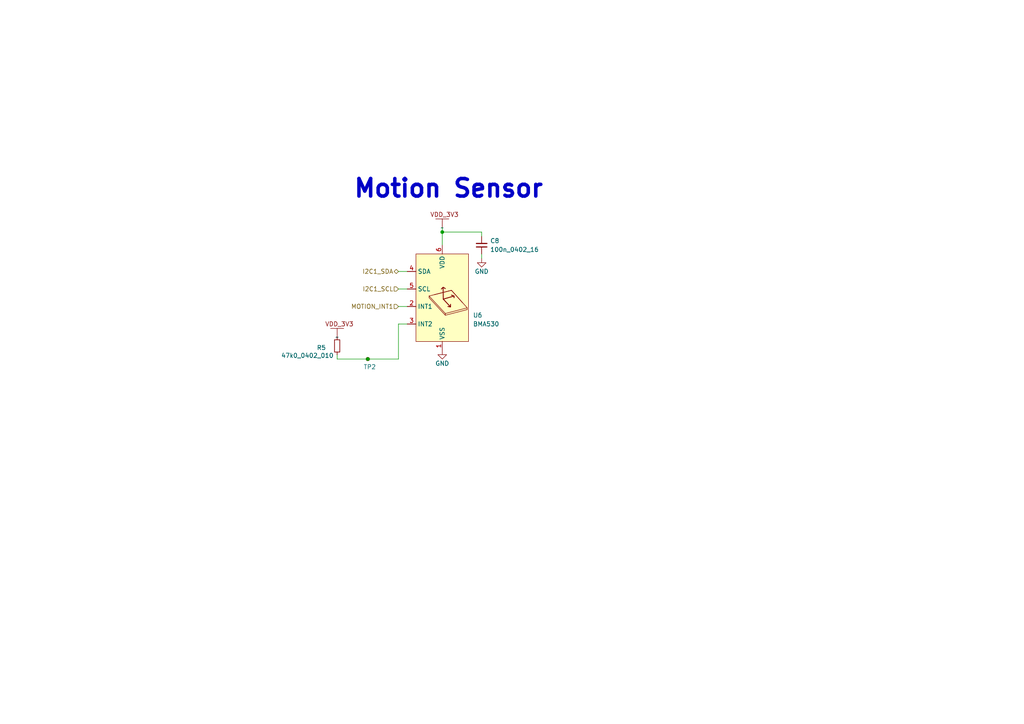
<source format=kicad_sch>
(kicad_sch (version 20250114) (generator "eeschema") (generator_version "9.0")
  (paper "A4")
  (title_block (title "Beacon Lite") (date "2025-04-13") (rev "1") (company "Beep Boop"))
  (lib_symbols
    (symbol "Beacon_Lite_Library:BMA530"
      (property "Reference" "U" (at 11.43 3.81 0))
      (property "Value" "BMA530" (at 13.97 1.27 0))
      (symbol "BMA530_0_1"
        (polyline (pts (xy 10.287 -10.541) (xy 3.81 -12.192)))
        (polyline (pts (xy 10.287 -10.541) (xy 14.859 -15.621) (xy 14.859 -15.621)))
        (polyline (pts (xy 14.859 -15.621) (xy 8.509 -17.272)))
        (polyline (pts (xy 14.859 -16.129) (xy 8.509 -17.78) (xy 3.81 -12.7)))
      )
      (symbol "BMA530_1_1"
        (rectangle (start 0 0) (end 15.24 -25.4) (fill (type background)))
        (polyline (pts (xy 3.81 -12.7) (xy 3.81 -12.192)))
        (polyline (pts (xy 5.334 -11.811) (xy 10.287 -10.541)))
        (polyline (pts (xy 7.9232 -13.1011) (xy 7.9232 -12.8471)))
        (polyline (pts (xy 7.9232 -13.1011) (xy 7.874 -9.652) (xy 8.509 -10.033) (xy 7.874 -9.652) (xy 7.366 -10.16)) (stroke (width 0.254)))
        (polyline (pts (xy 7.9232 -13.1011) (xy 10.033 -15.367) (xy 10.033 -14.605) (xy 10.033 -15.367) (xy 9.271 -15.24)) (stroke (width 0.254)))
        (polyline (pts (xy 7.9232 -13.1011) (xy 11.049 -12.192) (xy 10.287 -11.938) (xy 11.049 -12.192) (xy 11.049 -12.7)) (stroke (width 0.254)))
        (polyline (pts (xy 8.509 -17.272) (xy 3.81 -12.192)))
        (polyline (pts (xy 8.509 -17.78) (xy 8.509 -17.272)))
        (polyline (pts (xy 13.462 -14.097) (xy 10.287 -10.541)))
        (polyline (pts (xy 14.859 -16.129) (xy 14.859 -15.621)))
        (pin bidirectional line (at -2.54 -5.08 0) (length 2.54) (name "SDA") (number "4"))
        (pin input line (at -2.54 -10.16 0) (length 2.54) (name "SCL") (number "5"))
        (pin output line (at -2.54 -15.24 0) (length 2.54) (name "INT1") (number "2"))
        (pin output line (at -2.54 -20.32 0) (length 2.54) (name "INT2") (number "3"))
        (pin power_in line (at 7.62 2.54 270) (length 2.54) (name "VDD") (number "6"))
        (pin passive line (at 7.62 -27.94 90) (length 2.54) (name "VSS") (number "1"))
      )
    )
    (symbol "Beacon_Lite_Library:VDD_3V3"
      (symbol "VDD_3V3_0_0"
        (text "VDD_3V3" (at 0.635 3.81 0) (effects (font (size 1.27 1.27))))
      )
      (symbol "VDD_3V3_0_1"
        (polyline (pts (xy 0 2.54) (xy 0 0)))
        (polyline (pts (xy 1.905 2.54) (xy -1.905 2.54)))
      )
      (symbol "VDD_3V3_1_1"
        (pin power_in line (at 0 0 90) (length 2.54) (hide yes) (name "VDD_3V3") (number ""))
      )
    )
    (symbol "Connector:TestPoint_Small" (pin_numbers (hide yes)) (pin_names (offset 0.762) (hide yes))
      (property "Reference" "TP" (at 0 3.81 0))
      (property "Value" "TestPoint_Small" (at 0 2.032 0))
      (symbol "TestPoint_Small_0_1"
        (circle (center 0 0) (radius 0.508))
      )
      (symbol "TestPoint_Small_1_1"
        (pin passive line (at 0 0 90) (length 0) (name "1") (number "1"))
      )
    )
    (symbol "Device:C_Small" (pin_numbers (hide yes)) (pin_names (offset 0.254) (hide yes))
      (property "Reference" "C" (at 0.254 1.778 0))
      (property "Value" "C_Small" (at 0.254 -2.032 0))
      (symbol "C_Small_0_1"
        (polyline (pts (xy -1.524 0.508) (xy 1.524 0.508)) (stroke (width 0.3048)))
        (polyline (pts (xy -1.524 -0.508) (xy 1.524 -0.508)) (stroke (width 0.3302)))
      )
      (symbol "C_Small_1_1"
        (pin passive line (at 0 2.54 270) (length 2.032) (name "~") (number "1"))
        (pin passive line (at 0 -2.54 90) (length 2.032) (name "~") (number "2"))
      )
    )
    (symbol "Device:R_Small" (pin_numbers (hide yes)) (pin_names (offset 0.254) (hide yes))
      (property "Reference" "R" (at 0.762 0.508 0))
      (property "Value" "R_Small" (at 0.762 -1.016 0))
      (symbol "R_Small_0_1"
        (rectangle (start -0.762 1.778) (end 0.762 -1.778) (stroke (width 0.2032)))
      )
      (symbol "R_Small_1_1"
        (pin passive line (at 0 2.54 270) (length 0.762) (name "~") (number "1"))
        (pin passive line (at 0 -2.54 90) (length 0.762) (name "~") (number "2"))
      )
    )
    (symbol "power:GND" (power) (pin_names (offset 0))
      (property "Value" "GND" (at 0 -3.81 0))
      (symbol "GND_0_1"
        (polyline (pts (xy 0 0) (xy 0 -1.27) (xy 1.27 -1.27) (xy 0 -2.54) (xy -1.27 -1.27) (xy 0 -1.27)))
      )
      (symbol "GND_1_1"
        (pin power_in line (at 0 0 270) (length 0) (hide yes) (name "GND") (number "1"))
      )
    )
  )
  (text "Motion Sensor" (at 102.235 57.785 0) (effects (font (size 5.08 5.08) (thickness 1.016) (bold yes)) (justify left bottom)))
  (junction (at 128.27 67.31))
  (junction (at 106.68 104.14))
  (wire (pts (xy 115.57 93.98) (xy 115.57 104.14)))
  (wire (pts (xy 139.7 67.31) (xy 139.7 68.58)))
  (wire (pts (xy 97.79 104.14) (xy 106.68 104.14)))
  (wire (pts (xy 115.57 88.9) (xy 118.11 88.9)))
  (wire (pts (xy 139.7 67.31) (xy 128.27 67.31)))
  (wire (pts (xy 115.57 78.74) (xy 118.11 78.74)))
  (wire (pts (xy 139.7 74.93) (xy 139.7 73.66)))
  (wire (pts (xy 97.79 102.87) (xy 97.79 104.14)))
  (wire (pts (xy 115.57 83.82) (xy 118.11 83.82)))
  (wire (pts (xy 115.57 93.98) (xy 118.11 93.98)))
  (wire (pts (xy 115.57 104.14) (xy 106.68 104.14)))
  (wire (pts (xy 128.27 67.31) (xy 128.27 71.12)))
  (wire (pts (xy 128.27 66.04) (xy 128.27 67.31)))
  (hierarchical_label "I2C1_SCL" (shape input) (at 115.57 83.82 180) (property "Intersheetrefs" "${INTERSHEET_REFS}" (effects (hide yes))))
  (hierarchical_label "MOTION_INT1" (shape input) (at 115.57 88.9 180) (property "Intersheetrefs" "${INTERSHEET_REFS}" (effects (hide yes))))
  (hierarchical_label "I2C1_SDA" (shape bidirectional) (at 115.57 78.74 180) (property "Intersheetrefs" "${INTERSHEET_REFS}" (effects (hide yes))))
  (symbol (lib_id "power:GND") (at 139.7 74.93 0) (unit 1)
    (property "Reference" "#PWR019" (effects (hide yes)))
    (property "Value" "GND" (at 139.7 78.74 0))
    (instances (project "Beacon_Lite" (path "" (reference "#PWR019") (unit 1))) (project "Beacon" (path "" (reference "#PWR030") (unit 1)) (path "" (reference "#PWR03304") (unit 1))) (project "Beacon_Multiboard" (path "" (reference "#PWR01103") (unit 1))))
  )
  (symbol (lib_id "Beacon_Lite_Library:BMA530") (at 120.65 73.66 0) (unit 1)
    (property "Reference" "U6" (at 137.16 91.44 0) (effects (justify left)))
    (property "Value" "BMA530" (at 137.16 93.98 0) (effects (justify left)))
    (property "Datasheet" "https://www.mouser.com/ProductDetail/Bosch-Sensortec/BMA530?qs=2wMNvWM5ZX4xN1KGqjzO%252Bg%3D%3D" (effects (hide yes)))
    (property "Description" "3-Axis Accelerometer, I2C/SPI/I3C, Smart features" (effects (hide yes)))
  )
  (symbol (lib_id "Beacon_Lite_Library:VDD_3V3") (at 128.27 66.04 0) (unit 1)
    (property "Reference" "#PWR18" (effects (hide yes)))
    (property "Value" "~" (at 128.27 66.04 0))
  )
  (symbol (lib_id "power:GND") (at 128.27 101.6 0) (unit 1)
    (property "Reference" "#PWR020" (effects (hide yes)))
    (property "Value" "GND" (at 128.27 105.41 0))
    (instances (project "Beacon_Lite" (path "" (reference "#PWR020") (unit 1))) (project "Beacon" (path "" (reference "#PWR030") (unit 1)) (path "" (reference "#PWR03304") (unit 1))) (project "Beacon_Multiboard" (path "" (reference "#PWR01103") (unit 1))))
  )
  (symbol (lib_id "Beacon_Lite_Library:VDD_3V3") (at 97.79 97.79 0) (unit 1)
    (property "Reference" "#PWR33" (effects (hide yes)))
    (property "Value" "~" (at 97.79 97.79 0))
  )
  (symbol (lib_id "Device:R_Small") (at 97.79 100.33 180) (unit 1)
    (property "Reference" "R5" (at 93.218 100.838 0))
    (property "Value" "47k0_0402_010" (at 89.154 103.124 0))
    (property "Footprint" "Footprint_Library:0402_1005Metric_Handsolder" (effects (hide yes)))
  )
  (symbol (lib_id "Device:C_Small") (at 139.7 71.12 180) (unit 1)
    (property "Reference" "C8" (at 143.51 69.85 0))
    (property "Value" "100n_0402_16" (at 149.225 72.39 0))
    (property "Footprint" "Footprint_Library:0402_1005Metric_Handsolder" (effects (hide yes)))
    (instances (project "Beacon_Lite" (path "" (reference "C8") (unit 1))) (project "Beacon" (path "" (reference "C21") (unit 1)) (path "" (reference "C3302") (unit 1))) (project "Beacon_Multiboard" (path "" (reference "C1102") (unit 1))))
  )
  (symbol (lib_id "Connector:TestPoint_Small") (at 106.68 104.14 0) (unit 1)
    (property "Reference" "TP2" (at 105.41 106.426 0) (effects (justify left)))
    (property "Value" "TestPoint_Small" (effects (hide yes)))
    (property "Description" "test point" (effects (hide yes)))
  )
)
</source>
